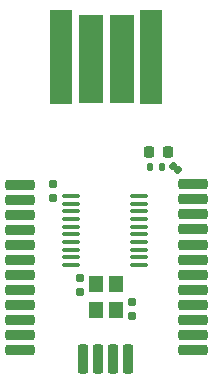
<source format=gbr>
%TF.GenerationSoftware,KiCad,Pcbnew,7.0.10*%
%TF.CreationDate,2024-05-20T03:00:16+05:30*%
%TF.ProjectId,nico-ch32v003-v1,6e69636f-2d63-4683-9332-763030332d76,1.0.1*%
%TF.SameCoordinates,Original*%
%TF.FileFunction,Soldermask,Top*%
%TF.FilePolarity,Negative*%
%FSLAX46Y46*%
G04 Gerber Fmt 4.6, Leading zero omitted, Abs format (unit mm)*
G04 Created by KiCad (PCBNEW 7.0.10) date 2024-05-20 03:00:16*
%MOMM*%
%LPD*%
G01*
G04 APERTURE LIST*
G04 Aperture macros list*
%AMRoundRect*
0 Rectangle with rounded corners*
0 $1 Rounding radius*
0 $2 $3 $4 $5 $6 $7 $8 $9 X,Y pos of 4 corners*
0 Add a 4 corners polygon primitive as box body*
4,1,4,$2,$3,$4,$5,$6,$7,$8,$9,$2,$3,0*
0 Add four circle primitives for the rounded corners*
1,1,$1+$1,$2,$3*
1,1,$1+$1,$4,$5*
1,1,$1+$1,$6,$7*
1,1,$1+$1,$8,$9*
0 Add four rect primitives between the rounded corners*
20,1,$1+$1,$2,$3,$4,$5,0*
20,1,$1+$1,$4,$5,$6,$7,0*
20,1,$1+$1,$6,$7,$8,$9,0*
20,1,$1+$1,$8,$9,$2,$3,0*%
G04 Aperture macros list end*
%ADD10RoundRect,0.160000X0.160000X-0.197500X0.160000X0.197500X-0.160000X0.197500X-0.160000X-0.197500X0*%
%ADD11RoundRect,0.225000X1.025000X0.225000X-1.025000X0.225000X-1.025000X-0.225000X1.025000X-0.225000X0*%
%ADD12R,1.200000X1.400000*%
%ADD13RoundRect,0.135000X0.135000X0.185000X-0.135000X0.185000X-0.135000X-0.185000X0.135000X-0.185000X0*%
%ADD14RoundRect,0.100000X-0.637500X-0.100000X0.637500X-0.100000X0.637500X0.100000X-0.637500X0.100000X0*%
%ADD15RoundRect,0.225000X-0.225000X1.025000X-0.225000X-1.025000X0.225000X-1.025000X0.225000X1.025000X0*%
%ADD16RoundRect,0.225000X-1.025000X-0.225000X1.025000X-0.225000X1.025000X0.225000X-1.025000X0.225000X0*%
%ADD17RoundRect,0.155000X0.155000X-0.212500X0.155000X0.212500X-0.155000X0.212500X-0.155000X-0.212500X0*%
%ADD18R,1.900000X8.000000*%
%ADD19R,2.000000X7.500000*%
%ADD20RoundRect,0.135000X0.226274X0.035355X0.035355X0.226274X-0.226274X-0.035355X-0.035355X-0.226274X0*%
%ADD21RoundRect,0.155000X-0.155000X0.212500X-0.155000X-0.212500X0.155000X-0.212500X0.155000X0.212500X0*%
%ADD22RoundRect,0.218750X0.218750X0.256250X-0.218750X0.256250X-0.218750X-0.256250X0.218750X-0.256250X0*%
G04 APERTURE END LIST*
D10*
%TO.C,R1*%
X96480400Y-62904700D03*
X96480400Y-61709700D03*
%TD*%
D11*
%TO.C,J3*%
X93706000Y-75820000D03*
X93686000Y-74510000D03*
X93686000Y-73240000D03*
X93686000Y-71970000D03*
X93716000Y-70660000D03*
X93716000Y-69390000D03*
X93716000Y-68120000D03*
X93716000Y-66850000D03*
X93716000Y-65580000D03*
X93716000Y-64310000D03*
X93716000Y-63040000D03*
X93716000Y-61770000D03*
%TD*%
D12*
%TO.C,Y1*%
X101814400Y-72416400D03*
X101814400Y-70216400D03*
X100114400Y-70216400D03*
X100114400Y-72416400D03*
%TD*%
D13*
%TO.C,R2*%
X105730000Y-60310000D03*
X104710000Y-60310000D03*
%TD*%
D14*
%TO.C,U1*%
X98037500Y-62735000D03*
X98037500Y-63385000D03*
X98037500Y-64035000D03*
X98037500Y-64685000D03*
X98037500Y-65335000D03*
X98037500Y-65985000D03*
X98037500Y-66635000D03*
X98037500Y-67285000D03*
X98037500Y-67935000D03*
X98037500Y-68585000D03*
X103762500Y-68585000D03*
X103762500Y-67935000D03*
X103762500Y-67285000D03*
X103762500Y-66635000D03*
X103762500Y-65985000D03*
X103762500Y-65335000D03*
X103762500Y-64685000D03*
X103762500Y-64035000D03*
X103762500Y-63385000D03*
X103762500Y-62735000D03*
%TD*%
D15*
%TO.C,J4*%
X102880000Y-76550000D03*
X101610000Y-76550000D03*
X100340000Y-76550000D03*
X99070000Y-76550000D03*
%TD*%
D16*
%TO.C,J2*%
X108336000Y-61720000D03*
X108356000Y-63030000D03*
X108356000Y-64300000D03*
X108356000Y-65570000D03*
X108326000Y-66880000D03*
X108326000Y-68150000D03*
X108326000Y-69420000D03*
X108326000Y-70690000D03*
X108326000Y-71960000D03*
X108326000Y-73230000D03*
X108326000Y-74500000D03*
X108326000Y-75770000D03*
%TD*%
D17*
%TO.C,C2*%
X98766400Y-70850300D03*
X98766400Y-69715300D03*
%TD*%
D18*
%TO.C,J1*%
X97191600Y-50931500D03*
D19*
X99701600Y-51181500D03*
X102301600Y-51181500D03*
D18*
X104811600Y-50931500D03*
%TD*%
D20*
%TO.C,JP1*%
X107070000Y-60580000D03*
X106666949Y-60176949D03*
%TD*%
D21*
%TO.C,C1*%
X103186000Y-71747300D03*
X103186000Y-72882300D03*
%TD*%
D22*
%TO.C,D1*%
X106227500Y-58980000D03*
X104652500Y-58980000D03*
%TD*%
M02*

</source>
